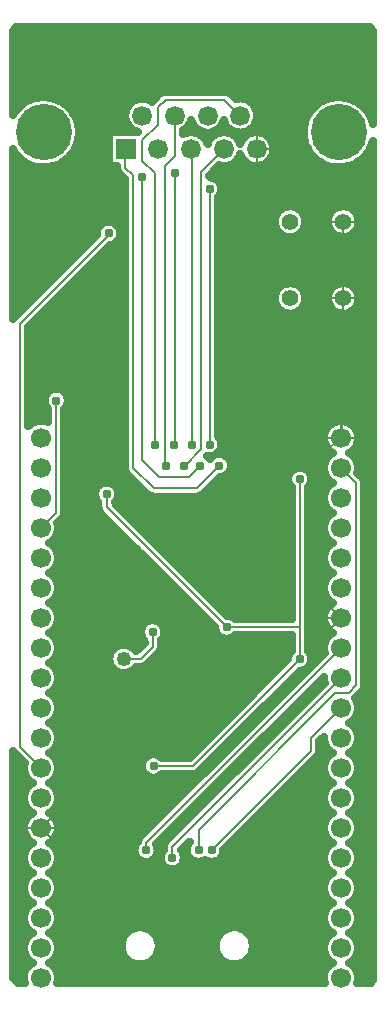
<source format=gbr>
G04 DipTrace 3.3.1.3*
G04 Bottom.gbr*
%MOIN*%
G04 #@! TF.FileFunction,Copper,L2,Bot*
G04 #@! TF.Part,Single*
G04 #@! TA.AperFunction,Conductor*
%ADD13C,0.007874*%
G04 #@! TA.AperFunction,CopperBalancing*
%ADD14C,0.025*%
%ADD15C,0.00787*%
G04 #@! TA.AperFunction,ComponentPad*
%ADD19R,0.066535X0.066535*%
%ADD20C,0.066535*%
%ADD21C,0.187402*%
%ADD22C,0.055118*%
%ADD27C,0.049213*%
G04 #@! TA.AperFunction,ComponentPad*
%ADD30C,0.066929*%
G04 #@! TA.AperFunction,ViaPad*
%ADD35C,0.031*%
%FSLAX26Y26*%
G04*
G70*
G90*
G75*
G01*
G04 Bottom*
%LPD*%
X893702Y1149951D2*
D13*
X1024953D1*
X1381202Y1506200D1*
Y1612451D1*
Y2106200D1*
X1137453Y1612451D2*
X1381202D1*
X737453Y2056200D2*
Y2012451D1*
X1137453Y1612451D1*
X961357Y2220825D2*
X964458D1*
Y3128050D1*
X1112453Y2151229D2*
Y2149949D1*
X1037453Y2074949D1*
X893702D1*
X824952Y2143700D1*
Y3118701D1*
X799953Y3143700D1*
Y3206280D1*
X800953D1*
X1049953Y2151229D2*
Y2149951D1*
X1012452Y2112449D1*
X912453D1*
X856202Y2168700D1*
Y3112451D1*
X993702Y2151229D2*
X997743D1*
X1051361Y2204847D1*
Y3129523D1*
X1128118Y3206280D1*
X1518702Y2243700D2*
X1514024D1*
X1462452Y2192128D1*
Y1699951D1*
X1518702Y1643700D1*
X1099953Y799949D2*
X662453D1*
X518702Y943700D1*
X1526036Y2964388D2*
Y2708482D1*
Y2498108D1*
X1521187Y2493259D1*
Y2246184D1*
X1518702Y2243700D1*
Y1643700D2*
Y1642330D1*
X1435079Y1558707D1*
Y1504183D1*
X953449Y1022553D1*
X597555D1*
X518702Y943700D1*
X743702Y2924951D2*
Y2919533D1*
X448751Y2624582D1*
Y1213651D1*
X518702Y1143700D1*
X956202Y843700D2*
Y881200D1*
X1518702Y1443700D1*
X868702Y868700D2*
Y893700D1*
X1518702Y1543700D1*
X1043702Y868700D2*
Y937449D1*
X1499953Y1393700D1*
X1543702D1*
X1568702Y1418700D1*
Y2093700D1*
X1518702Y2143700D1*
X518702Y1943700D2*
X569259Y1994256D1*
Y2367906D1*
X1087453Y868700D2*
X1418702Y1199949D1*
Y1243700D1*
X1518702Y1343700D1*
X794196Y1506776D2*
X850528D1*
X890956Y1547204D1*
Y1596763D1*
X897617Y2221250D2*
Y3125487D1*
X855828Y3167276D1*
Y3234919D1*
X909047Y3288138D1*
Y3345941D1*
X933756Y3370650D1*
X1130087D1*
X1182646Y3318091D1*
X935330Y2151229D2*
X932983D1*
Y3149361D1*
X965520Y3181898D1*
Y3344250D1*
X939361Y3318091D1*
X964536D1*
X1081202Y2221250D2*
Y3072659D1*
X1081142Y3072720D1*
X1021879Y2221250D2*
Y3203464D1*
X1019063Y3206280D1*
D35*
X897617Y2221250D3*
X935330Y2151229D3*
X961357Y2220825D3*
X993702Y2151229D3*
X1021879Y2221250D3*
X1049953Y2151229D3*
X1081202Y2221250D3*
X1112453Y2151229D3*
X890956Y1596763D3*
X1087453Y868700D3*
X1043702D3*
X956202Y843700D3*
X893702Y1149951D3*
X868702Y868700D3*
X1381202Y1506200D3*
Y2106200D3*
X1137453Y1612451D3*
X737453Y2056200D3*
X1099953Y799949D3*
X743702Y2924951D3*
X569259Y2367906D3*
X1081142Y3072720D3*
X856202Y3112451D3*
X964458Y3128050D3*
X427471Y3587582D2*
D14*
X1622438D1*
X427471Y3562713D2*
X1622438D1*
X427471Y3537844D2*
X1622438D1*
X427471Y3512976D2*
X1622438D1*
X427471Y3488107D2*
X1622438D1*
X427471Y3463238D2*
X1622438D1*
X427471Y3438369D2*
X1622438D1*
X427471Y3413501D2*
X1622438D1*
X427471Y3388632D2*
X910424D1*
X1153408D2*
X1622438D1*
X427471Y3363763D2*
X466178D1*
X588089D2*
X819278D1*
X1218861D2*
X1450015D1*
X1571961D2*
X1622438D1*
X618231Y3338894D2*
X800152D1*
X1237951D2*
X1419872D1*
X1602104D2*
X1622438D1*
X634738Y3314025D2*
X796348D1*
X1241755D2*
X1403365D1*
X643673Y3289157D2*
X804135D1*
X1234004D2*
X1394430D1*
X646831Y3264288D2*
X834888D1*
X995446D2*
X1052992D1*
X1094199D2*
X1162044D1*
X1203251D2*
X1391308D1*
X644606Y3239419D2*
X741697D1*
X1285749D2*
X1393533D1*
X636712Y3214550D2*
X741697D1*
X1295832D2*
X1401392D1*
X621712Y3189682D2*
X741697D1*
X1293966D2*
X1416427D1*
X1605585D2*
X1622438D1*
X427471Y3164813D2*
X459396D1*
X594871D2*
X741697D1*
X1169376D2*
X1195919D1*
X1278429D2*
X1443268D1*
X1578707D2*
X1622438D1*
X427471Y3139944D2*
X770260D1*
X1103098D2*
X1622438D1*
X427471Y3115075D2*
X787270D1*
X1081281D2*
X1622438D1*
X427471Y3090207D2*
X795021D1*
X1118493D2*
X1622438D1*
X427471Y3065338D2*
X795021D1*
X1121938D2*
X1622438D1*
X427471Y3040469D2*
X795021D1*
X1111136D2*
X1622438D1*
X427471Y3015600D2*
X795021D1*
X1111136D2*
X1520132D1*
X1532148D2*
X1622438D1*
X427471Y2990731D2*
X795021D1*
X1111136D2*
X1302638D1*
X1395124D2*
X1479798D1*
X1572284D2*
X1622438D1*
X427471Y2965863D2*
X795021D1*
X1111136D2*
X1295318D1*
X1402408D2*
X1472514D1*
X1579569D2*
X1622438D1*
X427471Y2940994D2*
X705669D1*
X781755D2*
X795021D1*
X1111136D2*
X1300988D1*
X1396739D2*
X1478148D1*
X1573935D2*
X1622438D1*
X427471Y2916125D2*
X698994D1*
X1111136D2*
X1329695D1*
X1368031D2*
X1506102D1*
X1546196D2*
X1622438D1*
X427471Y2891256D2*
X674127D1*
X765859D2*
X795021D1*
X1111136D2*
X1622438D1*
X427471Y2866388D2*
X649259D1*
X731841D2*
X795021D1*
X1111136D2*
X1622438D1*
X427471Y2841519D2*
X624391D1*
X706973D2*
X795021D1*
X1111136D2*
X1622438D1*
X427471Y2816650D2*
X599523D1*
X682105D2*
X795021D1*
X1111136D2*
X1622438D1*
X427471Y2791781D2*
X574656D1*
X657237D2*
X795021D1*
X1111136D2*
X1622438D1*
X427471Y2766913D2*
X549788D1*
X632370D2*
X795021D1*
X1111136D2*
X1622438D1*
X427471Y2742044D2*
X524920D1*
X607502D2*
X795021D1*
X1111136D2*
X1307877D1*
X1389849D2*
X1485073D1*
X1567009D2*
X1622438D1*
X427471Y2717175D2*
X500053D1*
X582634D2*
X795021D1*
X1111136D2*
X1296071D1*
X1401691D2*
X1473232D1*
X1578851D2*
X1622438D1*
X427471Y2692306D2*
X475185D1*
X557766D2*
X795021D1*
X1111136D2*
X1297937D1*
X1399789D2*
X1475098D1*
X1576949D2*
X1622438D1*
X427471Y2667438D2*
X450317D1*
X532899D2*
X795021D1*
X1111136D2*
X1315987D1*
X1381739D2*
X1493147D1*
X1558971D2*
X1622438D1*
X508031Y2642569D2*
X795021D1*
X1111136D2*
X1622438D1*
X483163Y2617700D2*
X795021D1*
X1111136D2*
X1622438D1*
X478678Y2592831D2*
X795021D1*
X1111136D2*
X1622438D1*
X478678Y2567962D2*
X795021D1*
X1111136D2*
X1622438D1*
X478678Y2543094D2*
X795021D1*
X1111136D2*
X1622438D1*
X478678Y2518225D2*
X795021D1*
X1111136D2*
X1622438D1*
X478678Y2493356D2*
X795021D1*
X1111136D2*
X1622438D1*
X478678Y2468487D2*
X795021D1*
X1111136D2*
X1622438D1*
X478678Y2443619D2*
X795021D1*
X1111136D2*
X1622438D1*
X478678Y2418750D2*
X795021D1*
X1111136D2*
X1622438D1*
X478678Y2393881D2*
X537659D1*
X600863D2*
X795021D1*
X1111136D2*
X1622438D1*
X478678Y2369012D2*
X527791D1*
X610731D2*
X795021D1*
X1111136D2*
X1622438D1*
X478678Y2344144D2*
X535829D1*
X602693D2*
X795021D1*
X1111136D2*
X1622438D1*
X478678Y2319275D2*
X539310D1*
X599213D2*
X795021D1*
X1111136D2*
X1622438D1*
X599213Y2294406D2*
X795021D1*
X1111136D2*
X1490241D1*
X1547165D2*
X1622438D1*
X599213Y2269537D2*
X795021D1*
X1111136D2*
X1465445D1*
X1571961D2*
X1622438D1*
X599213Y2244669D2*
X795021D1*
X1114904D2*
X1459237D1*
X1578169D2*
X1622438D1*
X599213Y2219800D2*
X795021D1*
X1122691D2*
X1464512D1*
X1572894D2*
X1622438D1*
X599213Y2194931D2*
X795021D1*
X1112500D2*
X1486760D1*
X1550646D2*
X1622438D1*
X599213Y2170062D2*
X795021D1*
X1149102D2*
X1465696D1*
X1571710D2*
X1622438D1*
X599213Y2145193D2*
X795021D1*
X1153480D2*
X1459273D1*
X1578133D2*
X1622438D1*
X599213Y2120325D2*
X807042D1*
X1138731D2*
X1342362D1*
X1420063D2*
X1464261D1*
X1583372D2*
X1622438D1*
X599213Y2095456D2*
X831909D1*
X1099259D2*
X1341214D1*
X1421176D2*
X1485899D1*
X1598587D2*
X1622438D1*
X599213Y2070587D2*
X698707D1*
X776193D2*
X856777D1*
X1074391D2*
X1351261D1*
X1411128D2*
X1465983D1*
X1598623D2*
X1622438D1*
X599213Y2045718D2*
X697380D1*
X777521D2*
X1351261D1*
X1411128D2*
X1459273D1*
X1598623D2*
X1622438D1*
X599213Y2020850D2*
X707499D1*
X770344D2*
X1351261D1*
X1411128D2*
X1464009D1*
X1598623D2*
X1622438D1*
X599213Y1995981D2*
X713025D1*
X795212D2*
X1351261D1*
X1411128D2*
X1485109D1*
X1598623D2*
X1622438D1*
X587407Y1971112D2*
X737498D1*
X820080D2*
X1351261D1*
X1411128D2*
X1466270D1*
X1598623D2*
X1622438D1*
X578113Y1946243D2*
X762366D1*
X844948D2*
X1351261D1*
X1411128D2*
X1459309D1*
X1598623D2*
X1622438D1*
X573627Y1921375D2*
X787234D1*
X869815D2*
X1351261D1*
X1411128D2*
X1463794D1*
X1598623D2*
X1622438D1*
X553101Y1896506D2*
X812101D1*
X894683D2*
X1351261D1*
X1411128D2*
X1484284D1*
X1598623D2*
X1622438D1*
X570828Y1871637D2*
X836969D1*
X919551D2*
X1351261D1*
X1411128D2*
X1466557D1*
X1598623D2*
X1622438D1*
X578077Y1846768D2*
X861837D1*
X944454D2*
X1351261D1*
X1411128D2*
X1459309D1*
X1598623D2*
X1622438D1*
X573843Y1821899D2*
X886705D1*
X969322D2*
X1351261D1*
X1411128D2*
X1463579D1*
X1598623D2*
X1622438D1*
X553855Y1797031D2*
X911572D1*
X994190D2*
X1351261D1*
X1411128D2*
X1483530D1*
X1598623D2*
X1622438D1*
X570541Y1772162D2*
X936440D1*
X1019058D2*
X1351261D1*
X1411128D2*
X1466844D1*
X1598623D2*
X1622438D1*
X578041Y1747293D2*
X961308D1*
X1043925D2*
X1351261D1*
X1411128D2*
X1459344D1*
X1598623D2*
X1622438D1*
X574058Y1722424D2*
X986176D1*
X1068793D2*
X1351261D1*
X1411128D2*
X1463364D1*
X1598623D2*
X1622438D1*
X554609Y1697556D2*
X1011043D1*
X1093661D2*
X1351261D1*
X1411128D2*
X1482813D1*
X1598623D2*
X1622438D1*
X570254Y1672687D2*
X1035911D1*
X1118529D2*
X1351261D1*
X1411128D2*
X1467167D1*
X1598623D2*
X1622438D1*
X578005Y1647818D2*
X1060779D1*
X1156386D2*
X1351261D1*
X1411128D2*
X1459380D1*
X1598623D2*
X1622438D1*
X574237Y1622949D2*
X859540D1*
X922350D2*
X1085647D1*
X1411128D2*
X1463148D1*
X1598623D2*
X1622438D1*
X555326Y1598081D2*
X849493D1*
X932433D2*
X1098708D1*
X1411128D2*
X1482095D1*
X1598623D2*
X1622438D1*
X569931Y1573212D2*
X857387D1*
X924539D2*
X1351261D1*
X1411128D2*
X1467490D1*
X1598623D2*
X1622438D1*
X577969Y1548343D2*
X767497D1*
X820905D2*
X850785D1*
X920878D2*
X1351261D1*
X1411128D2*
X1459416D1*
X1598623D2*
X1622438D1*
X574453Y1523474D2*
X746577D1*
X908534D2*
X1343726D1*
X1418664D2*
X1457191D1*
X1598623D2*
X1622438D1*
X556008Y1498606D2*
X744280D1*
X883667D2*
X1332314D1*
X1598623D2*
X1622438D1*
X569608Y1473737D2*
X756732D1*
X831670D2*
X1307447D1*
X1598623D2*
X1622438D1*
X577933Y1448868D2*
X1282579D1*
X1365161D2*
X1382552D1*
X1598623D2*
X1622438D1*
X574668Y1423999D2*
X1257711D1*
X1340293D2*
X1357685D1*
X1440302D2*
X1457694D1*
X1598623D2*
X1622438D1*
X556690Y1399130D2*
X1232843D1*
X1315425D2*
X1332817D1*
X1415434D2*
X1432826D1*
X1590442D2*
X1622438D1*
X569285Y1374262D2*
X1207976D1*
X1290557D2*
X1307949D1*
X1390567D2*
X1407958D1*
X1569270D2*
X1622438D1*
X577897Y1349393D2*
X1183108D1*
X1265690D2*
X1283081D1*
X1365699D2*
X1383091D1*
X1577882D2*
X1622438D1*
X574847Y1324524D2*
X1158240D1*
X1240822D2*
X1258214D1*
X1340831D2*
X1358223D1*
X1574832D2*
X1622438D1*
X557336Y1299655D2*
X1133373D1*
X1215954D2*
X1233346D1*
X1315963D2*
X1333355D1*
X1557320D2*
X1622438D1*
X568926Y1274787D2*
X1108505D1*
X1191086D2*
X1208478D1*
X1291096D2*
X1308487D1*
X1568947D2*
X1622438D1*
X577826Y1249918D2*
X1083601D1*
X1166219D2*
X1183610D1*
X1266228D2*
X1283620D1*
X1577810D2*
X1622438D1*
X575027Y1225049D2*
X1058733D1*
X1141351D2*
X1158743D1*
X1241360D2*
X1258752D1*
X1448627D2*
X1462395D1*
X1575011D2*
X1622438D1*
X557946Y1200180D2*
X1033866D1*
X1116483D2*
X1133875D1*
X1216492D2*
X1233884D1*
X1448627D2*
X1479440D1*
X1557966D2*
X1622438D1*
X427471Y1175312D2*
X445796D1*
X568603D2*
X861586D1*
X1091615D2*
X1109007D1*
X1191625D2*
X1209016D1*
X1435350D2*
X1468818D1*
X1568588D2*
X1622438D1*
X427471Y1150443D2*
X459647D1*
X577754D2*
X852220D1*
X1066748D2*
X1084139D1*
X1166757D2*
X1184149D1*
X1410482D2*
X1459632D1*
X1577774D2*
X1622438D1*
X427471Y1125574D2*
X462195D1*
X575206D2*
X860760D1*
X1040050D2*
X1059272D1*
X1141889D2*
X1159281D1*
X1385615D2*
X1462215D1*
X1575191D2*
X1622438D1*
X427471Y1100705D2*
X478845D1*
X558556D2*
X1034404D1*
X1117021D2*
X1134413D1*
X1360747D2*
X1478830D1*
X1558576D2*
X1622438D1*
X427471Y1075836D2*
X469156D1*
X568245D2*
X1009536D1*
X1092154D2*
X1109545D1*
X1335879D2*
X1469177D1*
X1568229D2*
X1622438D1*
X427471Y1050968D2*
X459719D1*
X577718D2*
X984668D1*
X1067286D2*
X1084678D1*
X1311011D2*
X1459703D1*
X1577703D2*
X1622438D1*
X427471Y1026099D2*
X462015D1*
X575386D2*
X959801D1*
X1042418D2*
X1059810D1*
X1286144D2*
X1462036D1*
X1575370D2*
X1622438D1*
X427471Y1001230D2*
X478235D1*
X559166D2*
X934933D1*
X1017550D2*
X1034942D1*
X1261276D2*
X1478255D1*
X1559151D2*
X1622438D1*
X427471Y976361D2*
X469515D1*
X567886D2*
X910065D1*
X992683D2*
X1010074D1*
X1236408D2*
X1469536D1*
X1567870D2*
X1622438D1*
X427471Y951493D2*
X459790D1*
X577646D2*
X885198D1*
X967779D2*
X985207D1*
X1211540D2*
X1459775D1*
X1577631D2*
X1622438D1*
X427471Y926624D2*
X461872D1*
X575565D2*
X860330D1*
X942911D2*
X960339D1*
X1186673D2*
X1461856D1*
X1575550D2*
X1622438D1*
X427471Y901755D2*
X477661D1*
X559740D2*
X839983D1*
X918044D2*
X935471D1*
X1161805D2*
X1477645D1*
X1559761D2*
X1622438D1*
X427471Y876886D2*
X469910D1*
X567491D2*
X828070D1*
X909324D2*
X926249D1*
X1136937D2*
X1469894D1*
X1567512D2*
X1622438D1*
X427471Y852018D2*
X459862D1*
X577539D2*
X830941D1*
X1125203D2*
X1459847D1*
X1577559D2*
X1622438D1*
X427471Y827149D2*
X461692D1*
X575708D2*
X918390D1*
X994010D2*
X1461713D1*
X1575693D2*
X1622438D1*
X427471Y802280D2*
X477087D1*
X560314D2*
X1477107D1*
X1560299D2*
X1622438D1*
X427471Y777411D2*
X470269D1*
X567132D2*
X1470289D1*
X1567117D2*
X1622438D1*
X427471Y752543D2*
X459934D1*
X577467D2*
X1459919D1*
X1577487D2*
X1622438D1*
X427471Y727674D2*
X461549D1*
X575852D2*
X1461533D1*
X1575873D2*
X1622438D1*
X427471Y702805D2*
X476548D1*
X560852D2*
X1476533D1*
X1560873D2*
X1622438D1*
X427471Y677936D2*
X470663D1*
X566737D2*
X1470684D1*
X1566722D2*
X1622438D1*
X427471Y653067D2*
X460006D1*
X577395D2*
X1460026D1*
X1577380D2*
X1622438D1*
X427471Y628199D2*
X461405D1*
X576031D2*
X1461390D1*
X1576016D2*
X1622438D1*
X427471Y603330D2*
X476010D1*
X561391D2*
X814183D1*
X882949D2*
X1128636D1*
X1197402D2*
X1475995D1*
X1561375D2*
X1622438D1*
X427471Y578461D2*
X471058D1*
X566343D2*
X791002D1*
X906166D2*
X1105455D1*
X1220619D2*
X1471079D1*
X1566327D2*
X1622438D1*
X427471Y553592D2*
X460113D1*
X577287D2*
X784327D1*
X912840D2*
X1098780D1*
X1227294D2*
X1460098D1*
X1577308D2*
X1622438D1*
X427471Y528724D2*
X461226D1*
X576175D2*
X788131D1*
X909001D2*
X1102584D1*
X1223454D2*
X1461246D1*
X1576160D2*
X1622438D1*
X427471Y503855D2*
X475508D1*
X561929D2*
X805283D1*
X891848D2*
X1119737D1*
X1206301D2*
X1475492D1*
X1561914D2*
X1622438D1*
X427471Y478986D2*
X471489D1*
X565912D2*
X1471473D1*
X1565933D2*
X1622438D1*
X427471Y454117D2*
X460185D1*
X577216D2*
X1460206D1*
X1577200D2*
X1622438D1*
X440820Y429249D2*
X461118D1*
X576319D2*
X1461103D1*
X1576303D2*
X1618634D1*
X753372Y3263048D2*
X841611D1*
X833756Y3265644D1*
X825819Y3269689D1*
X818613Y3274924D1*
X812314Y3281223D1*
X807078Y3288430D1*
X803034Y3296367D1*
X800281Y3304839D1*
X798888Y3313637D1*
Y3322545D1*
X800281Y3331343D1*
X803034Y3339815D1*
X807078Y3347752D1*
X812314Y3354959D1*
X818613Y3361257D1*
X825819Y3366493D1*
X833756Y3370538D1*
X842228Y3373290D1*
X851027Y3374684D1*
X859934D1*
X868733Y3373290D1*
X877205Y3370538D1*
X885142Y3366493D1*
X888573Y3364201D1*
X915937Y3391513D1*
X919420Y3394044D1*
X923256Y3395999D1*
X927351Y3397329D1*
X931603Y3398003D1*
X1034806Y3398087D1*
X1132226Y3398003D1*
X1136479Y3397329D1*
X1140573Y3395999D1*
X1144410Y3394044D1*
X1147893Y3391513D1*
X1166907Y3372619D1*
X1173765Y3374160D1*
X1182646Y3374859D1*
X1191526Y3374160D1*
X1200188Y3372080D1*
X1208418Y3368671D1*
X1216013Y3364017D1*
X1222787Y3358232D1*
X1228572Y3351458D1*
X1233226Y3343863D1*
X1236635Y3335633D1*
X1238715Y3326971D1*
X1239414Y3318091D1*
X1238715Y3309211D1*
X1236635Y3300549D1*
X1233226Y3292319D1*
X1228572Y3284724D1*
X1222787Y3277950D1*
X1216013Y3272165D1*
X1208418Y3267511D1*
X1200188Y3264102D1*
X1191526Y3262022D1*
X1182646Y3261323D1*
X1173765Y3262022D1*
X1165104Y3264102D1*
X1156874Y3267511D1*
X1149279Y3272165D1*
X1142505Y3277950D1*
X1136720Y3284724D1*
X1132065Y3292319D1*
X1128657Y3300549D1*
X1128141Y3302375D1*
X1126037Y3296367D1*
X1121993Y3288430D1*
X1116757Y3281223D1*
X1110458Y3274924D1*
X1103252Y3269689D1*
X1095315Y3265644D1*
X1086843Y3262892D1*
X1078045Y3261498D1*
X1069137D1*
X1060339Y3262892D1*
X1051867Y3265644D1*
X1043930Y3269689D1*
X1036723Y3274924D1*
X1030424Y3281223D1*
X1025188Y3288430D1*
X1021144Y3296367D1*
X1019086Y3302375D1*
X1016982Y3296367D1*
X1012938Y3288430D1*
X1007702Y3281223D1*
X1001403Y3274924D1*
X994197Y3269689D1*
X992966Y3268999D1*
X992957Y3256657D1*
X997339Y3258726D1*
X1005811Y3261479D1*
X1014609Y3262873D1*
X1023517D1*
X1032315Y3261479D1*
X1040787Y3258726D1*
X1048724Y3254682D1*
X1055931Y3249446D1*
X1062230Y3243148D1*
X1067466Y3235941D1*
X1071510Y3228004D1*
X1073568Y3221996D1*
X1075672Y3228004D1*
X1079716Y3235941D1*
X1084952Y3243148D1*
X1091251Y3249446D1*
X1098457Y3254682D1*
X1106394Y3258726D1*
X1114866Y3261479D1*
X1123664Y3262873D1*
X1132572D1*
X1141370Y3261479D1*
X1149842Y3258726D1*
X1157779Y3254682D1*
X1164986Y3249446D1*
X1171285Y3243148D1*
X1176521Y3235941D1*
X1180565Y3228004D1*
X1182623Y3221996D1*
X1185305Y3229351D1*
X1188718Y3235854D1*
X1192941Y3241862D1*
X1197905Y3247275D1*
X1203526Y3252001D1*
X1209710Y3255962D1*
X1216354Y3259092D1*
X1223346Y3261338D1*
X1230569Y3262662D1*
X1237903Y3263043D1*
X1245225Y3262474D1*
X1252412Y3260964D1*
X1259344Y3258539D1*
X1265905Y3255240D1*
X1271986Y3251121D1*
X1277483Y3246251D1*
X1282306Y3240713D1*
X1286373Y3234598D1*
X1289618Y3228010D1*
X1291984Y3221058D1*
X1293433Y3213858D1*
X1293941Y3206280D1*
X1293466Y3198951D1*
X1292049Y3191745D1*
X1289713Y3184783D1*
X1286499Y3178180D1*
X1282458Y3172047D1*
X1277660Y3166488D1*
X1272184Y3161594D1*
X1266122Y3157448D1*
X1259576Y3154120D1*
X1252655Y3151664D1*
X1245474Y3150122D1*
X1238155Y3149521D1*
X1230819Y3149869D1*
X1223590Y3151161D1*
X1216588Y3153376D1*
X1209930Y3156476D1*
X1203729Y3160410D1*
X1198087Y3165112D1*
X1193099Y3170502D1*
X1188849Y3176491D1*
X1185408Y3182979D1*
X1182651Y3190499D1*
X1180565Y3184556D1*
X1176521Y3176619D1*
X1171285Y3169412D1*
X1164986Y3163113D1*
X1157779Y3157878D1*
X1149842Y3153833D1*
X1141370Y3151081D1*
X1132572Y3149687D1*
X1123664D1*
X1114866Y3151081D1*
X1112436Y3151766D1*
X1078782Y3118128D1*
X1081142Y3111720D1*
X1087243Y3111240D1*
X1093194Y3109811D1*
X1098848Y3107469D1*
X1104066Y3104271D1*
X1108719Y3100297D1*
X1112694Y3095643D1*
X1115891Y3090425D1*
X1118233Y3084771D1*
X1119662Y3078821D1*
X1120142Y3072720D1*
X1119662Y3066619D1*
X1118233Y3060668D1*
X1115891Y3055014D1*
X1112694Y3049796D1*
X1108640Y3045069D1*
X1108779Y2248827D1*
X1112754Y2244173D1*
X1115952Y2238955D1*
X1118294Y2233302D1*
X1119722Y2227351D1*
X1120202Y2221250D1*
X1119722Y2215149D1*
X1118294Y2209198D1*
X1115952Y2203544D1*
X1112754Y2198326D1*
X1108779Y2193673D1*
X1103281Y2189133D1*
X1109393Y2190109D1*
X1115513D1*
X1121557Y2189151D1*
X1127378Y2187260D1*
X1132830Y2184482D1*
X1137781Y2180885D1*
X1142109Y2176557D1*
X1145706Y2171606D1*
X1148484Y2166154D1*
X1150375Y2160333D1*
X1151333Y2154289D1*
Y2148169D1*
X1150375Y2142125D1*
X1148484Y2136304D1*
X1145706Y2130851D1*
X1142109Y2125900D1*
X1137781Y2121573D1*
X1132830Y2117976D1*
X1127378Y2115198D1*
X1121557Y2113306D1*
X1115513Y2112349D1*
X1113588Y2112273D1*
X1055272Y2054086D1*
X1051789Y2051555D1*
X1047953Y2049601D1*
X1043858Y2048270D1*
X1039606Y2047597D1*
X936403Y2047512D1*
X891550Y2047597D1*
X887297Y2048270D1*
X883203Y2049601D1*
X879366Y2051555D1*
X875883Y2054086D1*
X805551Y2124299D1*
X802755Y2127573D1*
X800505Y2131244D1*
X798857Y2135221D1*
X797852Y2139408D1*
X797515Y2143700D1*
Y3107370D1*
X779090Y3125881D1*
X776559Y3129364D1*
X774604Y3133200D1*
X773274Y3137295D1*
X772600Y3141547D1*
X772516Y3149477D1*
X744185Y3149512D1*
Y3263048D1*
X753372D1*
X643975Y3253009D2*
X642898Y3243888D1*
X641110Y3234880D1*
X638622Y3226039D1*
X635449Y3217420D1*
X631611Y3209077D1*
X627132Y3201059D1*
X622039Y3193417D1*
X616363Y3186197D1*
X610139Y3179443D1*
X603405Y3173198D1*
X596203Y3167499D1*
X588577Y3162382D1*
X580574Y3157877D1*
X572242Y3154013D1*
X563634Y3150813D1*
X554801Y3148297D1*
X545799Y3146480D1*
X536681Y3145374D1*
X527506Y3144985D1*
X518328Y3145316D1*
X509204Y3146364D1*
X500190Y3148124D1*
X491341Y3150584D1*
X482713Y3153729D1*
X474357Y3157540D1*
X466325Y3161994D1*
X458667Y3167063D1*
X451429Y3172716D1*
X444656Y3178919D1*
X438389Y3185633D1*
X432667Y3192817D1*
X427526Y3200426D1*
X424960Y3204951D1*
X424953Y2638224D1*
X427888Y2642401D1*
X500803Y2715436D1*
X705038Y2919671D1*
X704702Y2924951D1*
X705182Y2931052D1*
X706611Y2937002D1*
X708953Y2942656D1*
X712151Y2947874D1*
X716125Y2952528D1*
X720779Y2956502D1*
X725997Y2959700D1*
X731651Y2962042D1*
X737601Y2963471D1*
X743702Y2963951D1*
X749803Y2963471D1*
X755754Y2962042D1*
X761408Y2959700D1*
X766626Y2956502D1*
X771279Y2952528D1*
X775254Y2947874D1*
X778452Y2942656D1*
X780794Y2937002D1*
X782222Y2931052D1*
X782702Y2924951D1*
X782222Y2918850D1*
X780794Y2912899D1*
X778452Y2907245D1*
X775254Y2902027D1*
X771279Y2897373D1*
X766626Y2893399D1*
X761408Y2890201D1*
X755754Y2887859D1*
X749340Y2886376D1*
X476200Y2613229D1*
X476188Y2281637D1*
X481707Y2287016D1*
X488938Y2292270D1*
X496903Y2296328D1*
X505404Y2299091D1*
X514233Y2300489D1*
X523172D1*
X532000Y2299091D1*
X540502Y2296328D1*
X541819Y2295721D1*
X541682Y2340329D1*
X537707Y2344982D1*
X534509Y2350200D1*
X532168Y2355854D1*
X530739Y2361805D1*
X530259Y2367906D1*
X530739Y2374007D1*
X532168Y2379958D1*
X534509Y2385612D1*
X537707Y2390830D1*
X541682Y2395483D1*
X546335Y2399458D1*
X551553Y2402655D1*
X557207Y2404997D1*
X563158Y2406426D1*
X569259Y2406906D1*
X575360Y2406426D1*
X581310Y2404997D1*
X586964Y2402655D1*
X592182Y2399458D1*
X596836Y2395483D1*
X600810Y2390830D1*
X604008Y2385612D1*
X606350Y2379958D1*
X607779Y2374007D1*
X608259Y2367906D1*
X607779Y2361805D1*
X606350Y2355854D1*
X604008Y2350200D1*
X600810Y2344982D1*
X596704Y2340207D1*
X596611Y1992104D1*
X595938Y1987851D1*
X594607Y1983757D1*
X592653Y1979921D1*
X590122Y1976438D1*
X573410Y1959606D1*
X574966Y1952611D1*
X575667Y1943700D1*
X574966Y1934789D1*
X572879Y1926097D1*
X569458Y1917839D1*
X564788Y1910217D1*
X558982Y1903420D1*
X552185Y1897615D1*
X545951Y1893721D1*
X552185Y1889785D1*
X558982Y1883980D1*
X564788Y1877183D1*
X569458Y1869561D1*
X572879Y1861303D1*
X574966Y1852611D1*
X575667Y1843700D1*
X574966Y1834789D1*
X572879Y1826097D1*
X569458Y1817839D1*
X564788Y1810217D1*
X558982Y1803420D1*
X552185Y1797615D1*
X545951Y1793721D1*
X552185Y1789785D1*
X558982Y1783980D1*
X564788Y1777183D1*
X569458Y1769561D1*
X572879Y1761303D1*
X574966Y1752611D1*
X575667Y1743700D1*
X574966Y1734789D1*
X572879Y1726097D1*
X569458Y1717839D1*
X564788Y1710217D1*
X558982Y1703420D1*
X552185Y1697615D1*
X545951Y1693721D1*
X552185Y1689785D1*
X558982Y1683980D1*
X564788Y1677183D1*
X569458Y1669561D1*
X572879Y1661303D1*
X574966Y1652611D1*
X575667Y1643700D1*
X574966Y1634789D1*
X572879Y1626097D1*
X569458Y1617839D1*
X564788Y1610217D1*
X558982Y1603420D1*
X552185Y1597615D1*
X545951Y1593721D1*
X552185Y1589785D1*
X558982Y1583980D1*
X564788Y1577183D1*
X569458Y1569561D1*
X572879Y1561303D1*
X574966Y1552611D1*
X575667Y1543700D1*
X574966Y1534789D1*
X572879Y1526097D1*
X569458Y1517839D1*
X564788Y1510217D1*
X558982Y1503420D1*
X552185Y1497615D1*
X545951Y1493721D1*
X552185Y1489785D1*
X558982Y1483980D1*
X564788Y1477183D1*
X569458Y1469561D1*
X572879Y1461303D1*
X574966Y1452611D1*
X575667Y1443700D1*
X574966Y1434789D1*
X572879Y1426097D1*
X569458Y1417839D1*
X564788Y1410217D1*
X558982Y1403420D1*
X552185Y1397615D1*
X545951Y1393721D1*
X552185Y1389785D1*
X558982Y1383980D1*
X564788Y1377183D1*
X569458Y1369561D1*
X572879Y1361303D1*
X574966Y1352611D1*
X575667Y1343700D1*
X574966Y1334789D1*
X572879Y1326097D1*
X569458Y1317839D1*
X564788Y1310217D1*
X558982Y1303420D1*
X552185Y1297615D1*
X545951Y1293721D1*
X552185Y1289785D1*
X558982Y1283980D1*
X564788Y1277183D1*
X569458Y1269561D1*
X572879Y1261303D1*
X574966Y1252611D1*
X575667Y1243700D1*
X574966Y1234789D1*
X572879Y1226097D1*
X569458Y1217839D1*
X564788Y1210217D1*
X558982Y1203420D1*
X552185Y1197615D1*
X545951Y1193721D1*
X552185Y1189785D1*
X558982Y1183980D1*
X564788Y1177183D1*
X569458Y1169561D1*
X572879Y1161303D1*
X574966Y1152611D1*
X575667Y1143700D1*
X574966Y1134789D1*
X572879Y1126097D1*
X569458Y1117839D1*
X564788Y1110217D1*
X558982Y1103420D1*
X552185Y1097615D1*
X545951Y1093721D1*
X552185Y1089785D1*
X558982Y1083980D1*
X564788Y1077183D1*
X569458Y1069561D1*
X572879Y1061303D1*
X574966Y1052611D1*
X575667Y1043700D1*
X574966Y1034789D1*
X572879Y1026097D1*
X569458Y1017839D1*
X564788Y1010217D1*
X558982Y1003420D1*
X552185Y997615D1*
X545951Y993721D1*
X551304Y990413D1*
X557043Y985830D1*
X562145Y980547D1*
X566524Y974652D1*
X570109Y968242D1*
X572839Y961425D1*
X574670Y954312D1*
X575570Y947024D1*
X575548Y940028D1*
X574604Y932745D1*
X572730Y925644D1*
X569958Y918843D1*
X566334Y912456D1*
X561918Y906587D1*
X556784Y901336D1*
X551018Y896789D1*
X545986Y893700D1*
X552185Y889785D1*
X558982Y883980D1*
X564788Y877183D1*
X569458Y869561D1*
X572879Y861303D1*
X574966Y852611D1*
X575667Y843700D1*
X574966Y834789D1*
X572879Y826097D1*
X569458Y817839D1*
X564788Y810217D1*
X558982Y803420D1*
X552185Y797615D1*
X545951Y793721D1*
X552185Y789785D1*
X558982Y783980D1*
X564788Y777183D1*
X569458Y769561D1*
X572879Y761303D1*
X574966Y752611D1*
X575667Y743700D1*
X574966Y734789D1*
X572879Y726097D1*
X569458Y717839D1*
X564788Y710217D1*
X558982Y703420D1*
X552185Y697615D1*
X545951Y693721D1*
X552185Y689785D1*
X558982Y683980D1*
X564788Y677183D1*
X569458Y669561D1*
X572879Y661303D1*
X574966Y652611D1*
X575667Y643700D1*
X574966Y634789D1*
X572879Y626097D1*
X569458Y617839D1*
X564788Y610217D1*
X558982Y603420D1*
X552185Y597615D1*
X545951Y593721D1*
X552185Y589785D1*
X558982Y583980D1*
X564788Y577183D1*
X569458Y569561D1*
X572879Y561303D1*
X574966Y552611D1*
X575667Y543700D1*
X574966Y534789D1*
X572879Y526097D1*
X569458Y517839D1*
X564788Y510217D1*
X558982Y503420D1*
X552185Y497615D1*
X545951Y493721D1*
X552185Y489785D1*
X558982Y483980D1*
X564788Y477183D1*
X569458Y469561D1*
X572879Y461303D1*
X574966Y452611D1*
X575667Y443700D1*
X574966Y434789D1*
X572879Y426097D1*
X572449Y424933D1*
X1464925Y424949D1*
X1463312Y430402D1*
X1461913Y439231D1*
Y448169D1*
X1463312Y456998D1*
X1466074Y465499D1*
X1470132Y473464D1*
X1475386Y480696D1*
X1481707Y487016D1*
X1488938Y492270D1*
X1491454Y493679D1*
X1485219Y497615D1*
X1478422Y503420D1*
X1472617Y510217D1*
X1467947Y517839D1*
X1464526Y526097D1*
X1462439Y534789D1*
X1461738Y543700D1*
X1462439Y552611D1*
X1464526Y561303D1*
X1467947Y569561D1*
X1472617Y577183D1*
X1478422Y583980D1*
X1485219Y589785D1*
X1491454Y593679D1*
X1485219Y597615D1*
X1478422Y603420D1*
X1472617Y610217D1*
X1467947Y617839D1*
X1464526Y626097D1*
X1462439Y634789D1*
X1461738Y643700D1*
X1462439Y652611D1*
X1464526Y661303D1*
X1467947Y669561D1*
X1472617Y677183D1*
X1478422Y683980D1*
X1485219Y689785D1*
X1491454Y693679D1*
X1485219Y697615D1*
X1478422Y703420D1*
X1472617Y710217D1*
X1467947Y717839D1*
X1464526Y726097D1*
X1462439Y734789D1*
X1461738Y743700D1*
X1462439Y752611D1*
X1464526Y761303D1*
X1467947Y769561D1*
X1472617Y777183D1*
X1478422Y783980D1*
X1485219Y789785D1*
X1491454Y793679D1*
X1485219Y797615D1*
X1478422Y803420D1*
X1472617Y810217D1*
X1467947Y817839D1*
X1464526Y826097D1*
X1462439Y834789D1*
X1461738Y843700D1*
X1462439Y852611D1*
X1464526Y861303D1*
X1467947Y869561D1*
X1472617Y877183D1*
X1478422Y883980D1*
X1485219Y889785D1*
X1491454Y893679D1*
X1485219Y897615D1*
X1478422Y903420D1*
X1472617Y910217D1*
X1467947Y917839D1*
X1464526Y926097D1*
X1462439Y934789D1*
X1461738Y943700D1*
X1462439Y952611D1*
X1464526Y961303D1*
X1467947Y969561D1*
X1472617Y977183D1*
X1478422Y983980D1*
X1485219Y989785D1*
X1491454Y993679D1*
X1485219Y997615D1*
X1478422Y1003420D1*
X1472617Y1010217D1*
X1467947Y1017839D1*
X1464526Y1026097D1*
X1462439Y1034789D1*
X1461738Y1043700D1*
X1462439Y1052611D1*
X1464526Y1061303D1*
X1467947Y1069561D1*
X1472617Y1077183D1*
X1478422Y1083980D1*
X1485219Y1089785D1*
X1491454Y1093679D1*
X1485219Y1097615D1*
X1478422Y1103420D1*
X1472617Y1110217D1*
X1467947Y1117839D1*
X1464526Y1126097D1*
X1462439Y1134789D1*
X1461738Y1143700D1*
X1462439Y1152611D1*
X1464526Y1161303D1*
X1467947Y1169561D1*
X1472617Y1177183D1*
X1478422Y1183980D1*
X1485219Y1189785D1*
X1491454Y1193679D1*
X1485219Y1197615D1*
X1478422Y1203420D1*
X1472617Y1210217D1*
X1467947Y1217839D1*
X1464526Y1226097D1*
X1462439Y1234789D1*
X1461738Y1243700D1*
X1461911Y1248117D1*
X1446123Y1232319D1*
X1446055Y1197797D1*
X1445381Y1193544D1*
X1444051Y1189450D1*
X1442096Y1185614D1*
X1439566Y1182130D1*
X1366650Y1109095D1*
X1126453Y868700D1*
X1125973Y862599D1*
X1124544Y856648D1*
X1122202Y850994D1*
X1119005Y845776D1*
X1115030Y841123D1*
X1110377Y837148D1*
X1105159Y833951D1*
X1099505Y831609D1*
X1093554Y830180D1*
X1087453Y829700D1*
X1081352Y830180D1*
X1075401Y831609D1*
X1069747Y833951D1*
X1065613Y836424D1*
X1061408Y833951D1*
X1055754Y831609D1*
X1049803Y830180D1*
X1043702Y829700D1*
X1037601Y830180D1*
X1031651Y831609D1*
X1025997Y833951D1*
X1020779Y837148D1*
X1016125Y841123D1*
X1012151Y845776D1*
X1008953Y850994D1*
X1006611Y856648D1*
X1005182Y862599D1*
X1004702Y868700D1*
X1005182Y874801D1*
X1006611Y880752D1*
X1008953Y886406D1*
X1012151Y891624D1*
X1016257Y896399D1*
X1011949Y898145D1*
X984418Y870614D1*
X987754Y866624D1*
X990952Y861406D1*
X993294Y855752D1*
X994722Y849801D1*
X995202Y843700D1*
X994722Y837599D1*
X993294Y831648D1*
X990952Y825994D1*
X987754Y820776D1*
X983779Y816123D1*
X979126Y812148D1*
X973908Y808951D1*
X968254Y806609D1*
X962303Y805180D1*
X956202Y804700D1*
X950101Y805180D1*
X944151Y806609D1*
X938497Y808951D1*
X933279Y812148D1*
X928625Y816123D1*
X924651Y820776D1*
X921453Y825994D1*
X919111Y831648D1*
X917682Y837599D1*
X917202Y843700D1*
X917682Y849801D1*
X919111Y855752D1*
X921453Y861406D1*
X924651Y866624D1*
X928757Y871399D1*
X928850Y883353D1*
X929523Y887605D1*
X930854Y891700D1*
X932808Y895536D1*
X935339Y899019D1*
X1008254Y972054D1*
X1463996Y1427796D1*
X1462439Y1434789D1*
X1461738Y1443700D1*
X1461911Y1448117D1*
X902308Y888504D1*
X904734Y883625D1*
X906625Y877804D1*
X907582Y871760D1*
Y865640D1*
X906625Y859596D1*
X904734Y853775D1*
X901955Y848323D1*
X898358Y843372D1*
X894031Y839044D1*
X889080Y835447D1*
X883627Y832669D1*
X877807Y830778D1*
X871762Y829820D1*
X865642D1*
X859598Y830778D1*
X853778Y832669D1*
X848325Y835447D1*
X843374Y839044D1*
X839046Y843372D1*
X835449Y848323D1*
X832671Y853775D1*
X830780Y859596D1*
X829823Y865640D1*
Y871760D1*
X830780Y877804D1*
X832671Y883625D1*
X835449Y889077D1*
X839046Y894028D1*
X841415Y896545D1*
X842608Y902179D1*
X844256Y906156D1*
X846505Y909827D1*
X849301Y913101D1*
X1463985Y1527785D1*
X1462439Y1534789D1*
X1461738Y1543700D1*
X1462439Y1552611D1*
X1464526Y1561303D1*
X1467947Y1569561D1*
X1472617Y1577183D1*
X1478422Y1583980D1*
X1485219Y1589785D1*
X1491454Y1593679D1*
X1485493Y1597417D1*
X1479814Y1602074D1*
X1474782Y1607423D1*
X1470480Y1613375D1*
X1466979Y1619831D1*
X1464339Y1626684D1*
X1462601Y1633820D1*
X1461796Y1641119D1*
X1461937Y1648462D1*
X1463022Y1655725D1*
X1465031Y1662789D1*
X1467933Y1669535D1*
X1471679Y1675852D1*
X1476206Y1681635D1*
X1481440Y1686787D1*
X1487293Y1691223D1*
X1491421Y1693699D1*
X1485219Y1697615D1*
X1478422Y1703420D1*
X1472617Y1710217D1*
X1467947Y1717839D1*
X1464526Y1726097D1*
X1462439Y1734789D1*
X1461738Y1743700D1*
X1462439Y1752611D1*
X1464526Y1761303D1*
X1467947Y1769561D1*
X1472617Y1777183D1*
X1478422Y1783980D1*
X1485219Y1789785D1*
X1491454Y1793679D1*
X1485219Y1797615D1*
X1478422Y1803420D1*
X1472617Y1810217D1*
X1467947Y1817839D1*
X1464526Y1826097D1*
X1462439Y1834789D1*
X1461738Y1843700D1*
X1462439Y1852611D1*
X1464526Y1861303D1*
X1467947Y1869561D1*
X1472617Y1877183D1*
X1478422Y1883980D1*
X1485219Y1889785D1*
X1491454Y1893679D1*
X1485219Y1897615D1*
X1478422Y1903420D1*
X1472617Y1910217D1*
X1467947Y1917839D1*
X1464526Y1926097D1*
X1462439Y1934789D1*
X1461738Y1943700D1*
X1462439Y1952611D1*
X1464526Y1961303D1*
X1467947Y1969561D1*
X1472617Y1977183D1*
X1478422Y1983980D1*
X1485219Y1989785D1*
X1491454Y1993679D1*
X1485219Y1997615D1*
X1478422Y2003420D1*
X1472617Y2010217D1*
X1467947Y2017839D1*
X1464526Y2026097D1*
X1462439Y2034789D1*
X1461738Y2043700D1*
X1462439Y2052611D1*
X1464526Y2061303D1*
X1467947Y2069561D1*
X1472617Y2077183D1*
X1478422Y2083980D1*
X1485219Y2089785D1*
X1491454Y2093679D1*
X1485219Y2097615D1*
X1478422Y2103420D1*
X1472617Y2110217D1*
X1467947Y2117839D1*
X1464526Y2126097D1*
X1462439Y2134789D1*
X1461738Y2143700D1*
X1462439Y2152611D1*
X1464526Y2161303D1*
X1467947Y2169561D1*
X1472617Y2177183D1*
X1478422Y2183980D1*
X1485219Y2189785D1*
X1491454Y2193679D1*
X1485493Y2197417D1*
X1479814Y2202074D1*
X1474782Y2207423D1*
X1470480Y2213375D1*
X1466979Y2219831D1*
X1464339Y2226684D1*
X1462601Y2233820D1*
X1461796Y2241119D1*
X1461937Y2248462D1*
X1463022Y2255725D1*
X1465031Y2262789D1*
X1467933Y2269535D1*
X1471679Y2275852D1*
X1476206Y2281635D1*
X1481440Y2286787D1*
X1487293Y2291223D1*
X1493668Y2294869D1*
X1500459Y2297664D1*
X1507553Y2299563D1*
X1514833Y2300533D1*
X1522177Y2300558D1*
X1529463Y2299639D1*
X1536571Y2297790D1*
X1543381Y2295041D1*
X1549781Y2291440D1*
X1555665Y2287045D1*
X1560934Y2281929D1*
X1565501Y2276178D1*
X1569291Y2269887D1*
X1572239Y2263161D1*
X1574298Y2256112D1*
X1575433Y2248856D1*
X1575637Y2241863D1*
X1574928Y2234553D1*
X1573284Y2227396D1*
X1570733Y2220509D1*
X1567317Y2214008D1*
X1563093Y2208000D1*
X1558131Y2202586D1*
X1552514Y2197855D1*
X1545986Y2193700D1*
X1552185Y2189785D1*
X1558982Y2183980D1*
X1564788Y2177183D1*
X1569458Y2169561D1*
X1572879Y2161303D1*
X1574966Y2152611D1*
X1575667Y2143700D1*
X1574966Y2134789D1*
X1573367Y2127829D1*
X1589566Y2111519D1*
X1592096Y2108036D1*
X1594051Y2104200D1*
X1595381Y2100105D1*
X1596055Y2095853D1*
X1596139Y1992650D1*
X1596055Y1416547D1*
X1595381Y1412295D1*
X1594051Y1408200D1*
X1592096Y1404364D1*
X1589566Y1400881D1*
X1565278Y1376474D1*
X1569458Y1369561D1*
X1572879Y1361303D1*
X1574966Y1352611D1*
X1575667Y1343700D1*
X1574966Y1334789D1*
X1572879Y1326097D1*
X1569458Y1317839D1*
X1564788Y1310217D1*
X1558982Y1303420D1*
X1552185Y1297615D1*
X1545951Y1293721D1*
X1552185Y1289785D1*
X1558982Y1283980D1*
X1564788Y1277183D1*
X1569458Y1269561D1*
X1572879Y1261303D1*
X1574966Y1252611D1*
X1575667Y1243700D1*
X1574966Y1234789D1*
X1572879Y1226097D1*
X1569458Y1217839D1*
X1564788Y1210217D1*
X1558982Y1203420D1*
X1552185Y1197615D1*
X1545951Y1193721D1*
X1552185Y1189785D1*
X1558982Y1183980D1*
X1564788Y1177183D1*
X1569458Y1169561D1*
X1572879Y1161303D1*
X1574966Y1152611D1*
X1575667Y1143700D1*
X1574966Y1134789D1*
X1572879Y1126097D1*
X1569458Y1117839D1*
X1564788Y1110217D1*
X1558982Y1103420D1*
X1552185Y1097615D1*
X1545951Y1093721D1*
X1552185Y1089785D1*
X1558982Y1083980D1*
X1564788Y1077183D1*
X1569458Y1069561D1*
X1572879Y1061303D1*
X1574966Y1052611D1*
X1575667Y1043700D1*
X1574966Y1034789D1*
X1572879Y1026097D1*
X1569458Y1017839D1*
X1564788Y1010217D1*
X1558982Y1003420D1*
X1552185Y997615D1*
X1545951Y993721D1*
X1552185Y989785D1*
X1558982Y983980D1*
X1564788Y977183D1*
X1569458Y969561D1*
X1572879Y961303D1*
X1574966Y952611D1*
X1575667Y943700D1*
X1574966Y934789D1*
X1572879Y926097D1*
X1569458Y917839D1*
X1564788Y910217D1*
X1558982Y903420D1*
X1552185Y897615D1*
X1545951Y893721D1*
X1552185Y889785D1*
X1558982Y883980D1*
X1564788Y877183D1*
X1569458Y869561D1*
X1572879Y861303D1*
X1574966Y852611D1*
X1575667Y843700D1*
X1574966Y834789D1*
X1572879Y826097D1*
X1569458Y817839D1*
X1564788Y810217D1*
X1558982Y803420D1*
X1552185Y797615D1*
X1545951Y793721D1*
X1552185Y789785D1*
X1558982Y783980D1*
X1564788Y777183D1*
X1569458Y769561D1*
X1572879Y761303D1*
X1574966Y752611D1*
X1575667Y743700D1*
X1574966Y734789D1*
X1572879Y726097D1*
X1569458Y717839D1*
X1564788Y710217D1*
X1558982Y703420D1*
X1552185Y697615D1*
X1545951Y693721D1*
X1552185Y689785D1*
X1558982Y683980D1*
X1564788Y677183D1*
X1569458Y669561D1*
X1572879Y661303D1*
X1574966Y652611D1*
X1575667Y643700D1*
X1574966Y634789D1*
X1572879Y626097D1*
X1569458Y617839D1*
X1564788Y610217D1*
X1558982Y603420D1*
X1552185Y597615D1*
X1545951Y593721D1*
X1552185Y589785D1*
X1558982Y583980D1*
X1564788Y577183D1*
X1569458Y569561D1*
X1572879Y561303D1*
X1574966Y552611D1*
X1575667Y543700D1*
X1574966Y534789D1*
X1572879Y526097D1*
X1569458Y517839D1*
X1564788Y510217D1*
X1558982Y503420D1*
X1552185Y497615D1*
X1545951Y493721D1*
X1552185Y489785D1*
X1558982Y483980D1*
X1564788Y477183D1*
X1569458Y469561D1*
X1572879Y461303D1*
X1574966Y452611D1*
X1575667Y443700D1*
X1574966Y434789D1*
X1572879Y426097D1*
X1572449Y424933D1*
X1618294Y424949D1*
X1624949Y434981D1*
X1624952Y3234796D1*
X1622480Y3226039D1*
X1619307Y3217420D1*
X1615470Y3209077D1*
X1610990Y3201059D1*
X1605897Y3193417D1*
X1600221Y3186197D1*
X1593997Y3179443D1*
X1587263Y3173198D1*
X1580061Y3167499D1*
X1572435Y3162382D1*
X1564432Y3157877D1*
X1556100Y3154013D1*
X1547492Y3150813D1*
X1538659Y3148297D1*
X1529657Y3146480D1*
X1520540Y3145374D1*
X1511364Y3144985D1*
X1502186Y3145316D1*
X1493062Y3146364D1*
X1484048Y3148124D1*
X1475200Y3150584D1*
X1466571Y3153729D1*
X1458215Y3157540D1*
X1450183Y3161994D1*
X1442525Y3167063D1*
X1435287Y3172716D1*
X1428514Y3178919D1*
X1422247Y3185633D1*
X1416526Y3192817D1*
X1411384Y3200426D1*
X1406854Y3208415D1*
X1402963Y3216735D1*
X1399736Y3225333D1*
X1397192Y3234158D1*
X1395347Y3243154D1*
X1394212Y3252268D1*
X1393794Y3261442D1*
X1394096Y3270621D1*
X1395115Y3279749D1*
X1396846Y3288768D1*
X1399278Y3297624D1*
X1402396Y3306263D1*
X1406181Y3314631D1*
X1410609Y3322677D1*
X1415654Y3330351D1*
X1421284Y3337607D1*
X1427465Y3344400D1*
X1434159Y3350687D1*
X1441324Y3356432D1*
X1448918Y3361598D1*
X1456892Y3366153D1*
X1465199Y3370070D1*
X1473787Y3373324D1*
X1482604Y3375896D1*
X1491595Y3377770D1*
X1500705Y3378934D1*
X1509878Y3379381D1*
X1519058Y3379108D1*
X1528188Y3378118D1*
X1537213Y3376416D1*
X1546077Y3374012D1*
X1554725Y3370921D1*
X1563105Y3367163D1*
X1571165Y3362760D1*
X1578855Y3357740D1*
X1586129Y3352133D1*
X1592941Y3345973D1*
X1599250Y3339299D1*
X1605017Y3332152D1*
X1610207Y3324575D1*
X1614788Y3316615D1*
X1618731Y3308320D1*
X1622013Y3299743D1*
X1624947Y3289355D1*
X1624952Y3601004D1*
X1613530Y3612445D1*
X436354Y3612451D1*
X424959Y3601028D1*
X424953Y3319593D1*
X431795Y3330351D1*
X437425Y3337607D1*
X443606Y3344400D1*
X450300Y3350687D1*
X457466Y3356432D1*
X465060Y3361598D1*
X473034Y3366153D1*
X481341Y3370070D1*
X489929Y3373324D1*
X498746Y3375896D1*
X507736Y3377770D1*
X516846Y3378934D1*
X526019Y3379381D1*
X535199Y3379108D1*
X544330Y3378118D1*
X553355Y3376416D1*
X562219Y3374012D1*
X570867Y3370921D1*
X579247Y3367163D1*
X587307Y3362760D1*
X594997Y3357740D1*
X602271Y3352133D1*
X609083Y3345973D1*
X615392Y3339299D1*
X621159Y3332152D1*
X626349Y3324575D1*
X630929Y3316615D1*
X634873Y3308320D1*
X638154Y3299743D1*
X640754Y3290934D1*
X642656Y3281949D1*
X643849Y3272843D1*
X644335Y3262185D1*
X643975Y3253009D1*
X1577062Y2706645D2*
X1576271Y2699345D1*
X1574441Y2692234D1*
X1571609Y2685459D1*
X1567836Y2679160D1*
X1563198Y2673468D1*
X1557791Y2668500D1*
X1553299Y2665311D1*
X1546824Y2661847D1*
X1541814Y2659704D1*
X1534546Y2658137D1*
X1527821Y2657232D1*
X1522383Y2657466D1*
X1513760Y2658865D1*
X1508529Y2660396D1*
X1500833Y2664077D1*
X1494724Y2668151D1*
X1489263Y2673059D1*
X1484562Y2678700D1*
X1480719Y2684957D1*
X1477813Y2691700D1*
X1475905Y2698791D1*
X1475033Y2706082D1*
X1475216Y2713422D1*
X1476450Y2720660D1*
X1478710Y2727647D1*
X1481948Y2734237D1*
X1486098Y2740294D1*
X1491074Y2745694D1*
X1496773Y2750324D1*
X1503077Y2754089D1*
X1510366Y2757192D1*
X1518783Y2759024D1*
X1526176Y2759729D1*
X1533431Y2759003D1*
X1540200Y2757659D1*
X1545789Y2755566D1*
X1552338Y2752245D1*
X1558343Y2748020D1*
X1563680Y2742977D1*
X1568239Y2737221D1*
X1571925Y2730870D1*
X1574661Y2724057D1*
X1576393Y2716921D1*
X1577082Y2709611D1*
X1577062Y2706645D1*
Y2962551D2*
X1576271Y2955251D1*
X1574441Y2948140D1*
X1571609Y2941365D1*
X1567836Y2935066D1*
X1563198Y2929373D1*
X1557561Y2924036D1*
X1553073Y2920956D1*
X1543606Y2916081D1*
X1538374Y2914578D1*
X1527856Y2912952D1*
X1522418Y2913192D1*
X1511971Y2914984D1*
X1506888Y2916931D1*
X1499251Y2920918D1*
X1494684Y2924083D1*
X1489263Y2928965D1*
X1484562Y2934606D1*
X1480719Y2940863D1*
X1477813Y2947606D1*
X1475905Y2954696D1*
X1475033Y2961987D1*
X1475216Y2969328D1*
X1476450Y2976566D1*
X1478710Y2983552D1*
X1481948Y2990142D1*
X1486098Y2996200D1*
X1491074Y3001599D1*
X1496151Y3005864D1*
X1503077Y3009994D1*
X1510395Y3013314D1*
X1515623Y3014456D1*
X1524442Y3015805D1*
X1529880Y3015566D1*
X1540327Y3013773D1*
X1545410Y3011826D1*
X1554703Y3006859D1*
X1559745Y3002738D1*
X1564897Y2997506D1*
X1569245Y2991590D1*
X1572700Y2985110D1*
X1575190Y2978203D1*
X1576664Y2971009D1*
X1577095Y2964388D1*
X1577062Y2962551D1*
X1399772Y2960382D2*
X1398519Y2952468D1*
X1396043Y2944848D1*
X1392405Y2937709D1*
X1387696Y2931227D1*
X1382031Y2925562D1*
X1375549Y2920853D1*
X1368410Y2917215D1*
X1360790Y2914739D1*
X1352876Y2913486D1*
X1344864D1*
X1336951Y2914739D1*
X1329331Y2917215D1*
X1322192Y2920853D1*
X1315710Y2925562D1*
X1310045Y2931227D1*
X1305335Y2937709D1*
X1301698Y2944848D1*
X1299222Y2952468D1*
X1297969Y2960382D1*
Y2968394D1*
X1299222Y2976307D1*
X1301698Y2983927D1*
X1305335Y2991066D1*
X1310045Y2997548D1*
X1315710Y3003213D1*
X1322192Y3007923D1*
X1329331Y3011560D1*
X1336951Y3014036D1*
X1344864Y3015289D1*
X1352876D1*
X1360790Y3014036D1*
X1368410Y3011560D1*
X1375549Y3007923D1*
X1382031Y3003213D1*
X1387696Y2997548D1*
X1392405Y2991066D1*
X1396043Y2983927D1*
X1398519Y2976307D1*
X1399772Y2968394D1*
Y2960382D1*
Y2704476D2*
X1398519Y2696563D1*
X1396043Y2688943D1*
X1392405Y2681804D1*
X1387696Y2675322D1*
X1382031Y2669657D1*
X1375549Y2664947D1*
X1368410Y2661310D1*
X1360790Y2658834D1*
X1352876Y2657580D1*
X1344864D1*
X1336951Y2658834D1*
X1329331Y2661310D1*
X1322192Y2664947D1*
X1315710Y2669657D1*
X1310045Y2675322D1*
X1305335Y2681804D1*
X1301698Y2688943D1*
X1299222Y2696563D1*
X1297969Y2704476D1*
Y2712488D1*
X1299222Y2720402D1*
X1301698Y2728022D1*
X1305335Y2735160D1*
X1310045Y2741642D1*
X1315710Y2747308D1*
X1322192Y2752017D1*
X1329331Y2755655D1*
X1336951Y2758130D1*
X1344864Y2759384D1*
X1352876D1*
X1360790Y2758130D1*
X1368410Y2755655D1*
X1375549Y2752017D1*
X1382031Y2747308D1*
X1387696Y2741642D1*
X1392405Y2735160D1*
X1396043Y2728022D1*
X1398519Y2720402D1*
X1399772Y2712488D1*
Y2704476D1*
X910227Y545488D2*
X908709Y535903D1*
X905710Y526674D1*
X901304Y518027D1*
X895600Y510176D1*
X888738Y503314D1*
X880887Y497610D1*
X872240Y493204D1*
X863011Y490205D1*
X853426Y488687D1*
X843722D1*
X834137Y490205D1*
X824907Y493204D1*
X816260Y497610D1*
X808409Y503314D1*
X801547Y510176D1*
X795843Y518027D1*
X791437Y526674D1*
X788439Y535903D1*
X786921Y545488D1*
Y555193D1*
X788439Y564778D1*
X791437Y574007D1*
X795843Y582654D1*
X801547Y590505D1*
X808409Y597367D1*
X816260Y603071D1*
X824907Y607477D1*
X834137Y610476D1*
X843722Y611994D1*
X853426D1*
X863011Y610476D1*
X872240Y607477D1*
X880887Y603071D1*
X888738Y597367D1*
X895600Y590505D1*
X901304Y582654D1*
X905710Y574007D1*
X908709Y564778D1*
X910227Y555193D1*
Y545488D1*
X1224676D2*
X1223158Y535903D1*
X1220159Y526674D1*
X1215753Y518027D1*
X1210049Y510176D1*
X1203187Y503314D1*
X1195336Y497610D1*
X1186689Y493204D1*
X1177460Y490205D1*
X1167875Y488687D1*
X1158170D1*
X1148585Y490205D1*
X1139356Y493204D1*
X1130709Y497610D1*
X1122858Y503314D1*
X1115996Y510176D1*
X1110292Y518027D1*
X1105886Y526674D1*
X1102887Y535903D1*
X1101369Y545488D1*
Y555193D1*
X1102887Y564778D1*
X1105886Y574007D1*
X1110292Y582654D1*
X1115996Y590505D1*
X1122858Y597367D1*
X1130709Y603071D1*
X1139356Y607477D1*
X1148585Y610476D1*
X1158170Y611994D1*
X1167875D1*
X1177460Y610476D1*
X1186689Y607477D1*
X1195336Y603071D1*
X1203187Y597367D1*
X1210049Y590505D1*
X1215753Y582654D1*
X1220159Y574007D1*
X1223158Y564778D1*
X1224676Y555193D1*
Y545488D1*
X1072031Y2183345D2*
X1075281Y2180885D1*
X1079609Y2176557D1*
X1081186Y2174556D1*
X1084876Y2178806D1*
X1090375Y2183345D1*
X1084262Y2182370D1*
X1078142D1*
X1072110Y2183325D1*
X929835Y1593703D2*
X928878Y1587659D1*
X926987Y1581838D1*
X924209Y1576386D1*
X920611Y1571435D1*
X918401Y1569064D1*
X918308Y1545051D1*
X917635Y1540799D1*
X916304Y1536704D1*
X914350Y1532868D1*
X911819Y1529385D1*
X869929Y1487375D1*
X866655Y1484579D1*
X862984Y1482330D1*
X859006Y1480682D1*
X854820Y1479677D1*
X850519Y1479339D1*
X833698D1*
X830776Y1475534D1*
X825438Y1470196D1*
X819331Y1465759D1*
X812605Y1462332D1*
X805426Y1459999D1*
X797970Y1458818D1*
X790421D1*
X782966Y1459999D1*
X775786Y1462332D1*
X769060Y1465759D1*
X762953Y1470196D1*
X757615Y1475534D1*
X753178Y1481641D1*
X749751Y1488367D1*
X747419Y1495546D1*
X746238Y1503002D1*
Y1510550D1*
X747419Y1518006D1*
X749751Y1525186D1*
X753178Y1531912D1*
X757615Y1538019D1*
X762953Y1543356D1*
X769060Y1547793D1*
X775786Y1551221D1*
X782966Y1553553D1*
X790421Y1554734D1*
X797970D1*
X805426Y1553553D1*
X812605Y1551221D1*
X819331Y1547793D1*
X825438Y1543356D1*
X830776Y1538019D1*
X833680Y1534206D1*
X844118Y1539169D1*
X863529Y1558580D1*
X863378Y1569186D1*
X859404Y1573839D1*
X856206Y1579057D1*
X853864Y1584711D1*
X852436Y1590662D1*
X851956Y1596763D1*
X852436Y1602864D1*
X853864Y1608815D1*
X856206Y1614469D1*
X859404Y1619687D1*
X863378Y1624340D1*
X868032Y1628315D1*
X873250Y1631512D1*
X878904Y1633854D1*
X884855Y1635283D1*
X890956Y1635763D1*
X897057Y1635283D1*
X903007Y1633854D1*
X908661Y1631512D1*
X913879Y1628315D1*
X918533Y1624340D1*
X922507Y1619687D1*
X925705Y1614469D1*
X928047Y1608815D1*
X929475Y1602864D1*
X929956Y1596763D1*
X929835Y1593703D1*
X921401Y1122505D2*
X916626Y1118399D1*
X911408Y1115201D1*
X905754Y1112859D1*
X899803Y1111431D1*
X893702Y1110951D1*
X887601Y1111431D1*
X881651Y1112859D1*
X875997Y1115201D1*
X870779Y1118399D1*
X866125Y1122373D1*
X862151Y1127027D1*
X858953Y1132245D1*
X856611Y1137899D1*
X855182Y1143850D1*
X854702Y1149951D1*
X855182Y1156052D1*
X856611Y1162002D1*
X858953Y1167656D1*
X862151Y1172874D1*
X866125Y1177528D1*
X870779Y1181502D1*
X875997Y1184700D1*
X881651Y1187042D1*
X887601Y1188471D1*
X893702Y1188951D1*
X899803Y1188471D1*
X905754Y1187042D1*
X911408Y1184700D1*
X916626Y1181502D1*
X921401Y1177396D1*
X1013591Y1177388D1*
X1342202Y1506200D1*
X1342682Y1512301D1*
X1344111Y1518252D1*
X1346453Y1523906D1*
X1349651Y1529124D1*
X1353757Y1533899D1*
X1353643Y1585014D1*
X1165030Y1584873D1*
X1160377Y1580899D1*
X1155159Y1577701D1*
X1149505Y1575359D1*
X1143554Y1573931D1*
X1137453Y1573451D1*
X1131352Y1573931D1*
X1125401Y1575359D1*
X1119747Y1577701D1*
X1114529Y1580899D1*
X1109876Y1584873D1*
X1105901Y1589527D1*
X1102704Y1594745D1*
X1100362Y1600399D1*
X1098933Y1606350D1*
X1098460Y1612630D1*
X716590Y1994632D1*
X714059Y1998115D1*
X712104Y2001951D1*
X710774Y2006046D1*
X710100Y2010298D1*
X710016Y2028491D1*
X705901Y2033276D1*
X702704Y2038494D1*
X700362Y2044148D1*
X698933Y2050099D1*
X698453Y2056200D1*
X698933Y2062301D1*
X700362Y2068252D1*
X702704Y2073906D1*
X705901Y2079124D1*
X709876Y2083777D1*
X714529Y2087752D1*
X719747Y2090949D1*
X725401Y2093291D1*
X731352Y2094720D1*
X737453Y2095200D1*
X743554Y2094720D1*
X749505Y2093291D1*
X755159Y2090949D1*
X760377Y2087752D1*
X765030Y2083777D1*
X769005Y2079124D1*
X772202Y2073906D1*
X774544Y2068252D1*
X775973Y2062301D1*
X776453Y2056200D1*
X775973Y2050099D1*
X774544Y2044148D1*
X772202Y2038494D1*
X769005Y2033276D1*
X764898Y2028501D1*
X769845Y2018860D1*
X1137453Y1651451D1*
X1143554Y1650971D1*
X1149505Y1649542D1*
X1155159Y1647200D1*
X1160377Y1644002D1*
X1165152Y1639896D1*
X1353765Y1640010D1*
X1353625Y2078623D1*
X1349651Y2083276D1*
X1346453Y2088494D1*
X1344111Y2094148D1*
X1342682Y2100099D1*
X1342202Y2106200D1*
X1342682Y2112301D1*
X1344111Y2118252D1*
X1346453Y2123906D1*
X1349651Y2129124D1*
X1353625Y2133777D1*
X1358279Y2137752D1*
X1363497Y2140949D1*
X1369151Y2143291D1*
X1375101Y2144720D1*
X1381202Y2145200D1*
X1387303Y2144720D1*
X1393254Y2143291D1*
X1398908Y2140949D1*
X1404126Y2137752D1*
X1408779Y2133777D1*
X1412754Y2129124D1*
X1415952Y2123906D1*
X1418294Y2118252D1*
X1419722Y2112301D1*
X1420202Y2106200D1*
X1419722Y2100099D1*
X1418294Y2094148D1*
X1415952Y2088494D1*
X1412754Y2083276D1*
X1408648Y2078501D1*
X1408779Y1533777D1*
X1412754Y1529124D1*
X1415952Y1523906D1*
X1418294Y1518252D1*
X1419722Y1512301D1*
X1420202Y1506200D1*
X1419722Y1500099D1*
X1418294Y1494148D1*
X1415952Y1488494D1*
X1412754Y1483276D1*
X1408779Y1478623D1*
X1404126Y1474648D1*
X1398908Y1471451D1*
X1393254Y1469109D1*
X1387303Y1467680D1*
X1381023Y1467207D1*
X1042772Y1129087D1*
X1039289Y1126557D1*
X1035453Y1124602D1*
X1031358Y1123272D1*
X1027106Y1122598D1*
X923903Y1122514D1*
X921427D1*
X491454Y1093721D2*
X485219Y1097615D1*
X478422Y1103420D1*
X472617Y1110217D1*
X467947Y1117839D1*
X464526Y1126097D1*
X462439Y1134789D1*
X461738Y1143700D1*
X462439Y1152611D1*
X464037Y1159571D1*
X427888Y1195832D1*
X425353Y1199323D1*
X424953Y1199376D1*
Y442616D1*
X442609Y424971D1*
X464904Y424949D1*
X463312Y430402D1*
X461913Y439231D1*
Y448169D1*
X463312Y456998D1*
X466074Y465499D1*
X470132Y473464D1*
X475386Y480696D1*
X481707Y487016D1*
X488938Y492270D1*
X491454Y493679D1*
X485219Y497615D1*
X478422Y503420D1*
X472617Y510217D1*
X467947Y517839D1*
X464526Y526097D1*
X462439Y534789D1*
X461738Y543700D1*
X462439Y552611D1*
X464526Y561303D1*
X467947Y569561D1*
X472617Y577183D1*
X478422Y583980D1*
X485219Y589785D1*
X491454Y593679D1*
X485219Y597615D1*
X478422Y603420D1*
X472617Y610217D1*
X467947Y617839D1*
X464526Y626097D1*
X462439Y634789D1*
X461738Y643700D1*
X462439Y652611D1*
X464526Y661303D1*
X467947Y669561D1*
X472617Y677183D1*
X478422Y683980D1*
X485219Y689785D1*
X491454Y693679D1*
X485219Y697615D1*
X478422Y703420D1*
X472617Y710217D1*
X467947Y717839D1*
X464526Y726097D1*
X462439Y734789D1*
X461738Y743700D1*
X462439Y752611D1*
X464526Y761303D1*
X467947Y769561D1*
X472617Y777183D1*
X478422Y783980D1*
X485219Y789785D1*
X491454Y793679D1*
X485219Y797615D1*
X478422Y803420D1*
X472617Y810217D1*
X467947Y817839D1*
X464526Y826097D1*
X462439Y834789D1*
X461738Y843700D1*
X462439Y852611D1*
X464526Y861303D1*
X467947Y869561D1*
X472617Y877183D1*
X478422Y883980D1*
X485219Y889785D1*
X491454Y893679D1*
X485493Y897417D1*
X479814Y902074D1*
X474782Y907423D1*
X470480Y913375D1*
X466979Y919831D1*
X464339Y926684D1*
X462601Y933820D1*
X461796Y941119D1*
X461937Y948462D1*
X463022Y955725D1*
X465031Y962789D1*
X467933Y969535D1*
X471679Y975852D1*
X476206Y981635D1*
X481440Y986787D1*
X487293Y991223D1*
X491421Y993699D1*
X485219Y997615D1*
X478422Y1003420D1*
X472617Y1010217D1*
X467947Y1017839D1*
X464526Y1026097D1*
X462439Y1034789D1*
X461738Y1043700D1*
X462439Y1052611D1*
X464526Y1061303D1*
X467947Y1069561D1*
X472617Y1077183D1*
X478422Y1083980D1*
X485219Y1089785D1*
X491454Y1093679D1*
X1237173Y3263012D2*
D15*
Y3149548D1*
Y3206280D2*
X1293905D1*
X1526036Y2759505D2*
Y2657459D1*
X1475012Y2708482D2*
X1577059D1*
X1475012Y2964388D2*
X1577059D1*
X1461774Y1643700D2*
X1518702D1*
Y2300629D2*
Y2243700D1*
X1461774D2*
X1575631D1*
X461774Y943700D2*
X575631D1*
D19*
X800953Y3206280D3*
D20*
X910008D3*
X1019063D3*
X1128118D3*
X1237173D3*
X855481Y3318091D3*
X964536D3*
X1073591D3*
X1182646D3*
D21*
X527134Y3262185D3*
X1510992D3*
D22*
X1526036Y2708482D3*
Y2964388D3*
X1348870D3*
Y2708482D3*
D27*
X794196Y1506776D3*
D30*
X1518702Y443700D3*
Y543700D3*
Y643700D3*
Y743700D3*
Y843700D3*
Y943700D3*
Y1043700D3*
Y1143700D3*
Y1243700D3*
Y1343700D3*
Y1443700D3*
Y1543700D3*
Y1643700D3*
Y1743700D3*
Y1843700D3*
Y1943700D3*
Y2043700D3*
Y2143700D3*
Y2243700D3*
X518702D3*
Y2143700D3*
Y2043700D3*
Y1943700D3*
Y1843700D3*
Y1743700D3*
Y1643700D3*
Y1543700D3*
Y1443700D3*
Y1343700D3*
Y1243700D3*
Y1143700D3*
Y1043700D3*
Y943700D3*
Y843700D3*
Y743700D3*
Y643700D3*
Y543700D3*
Y443700D3*
M02*

</source>
